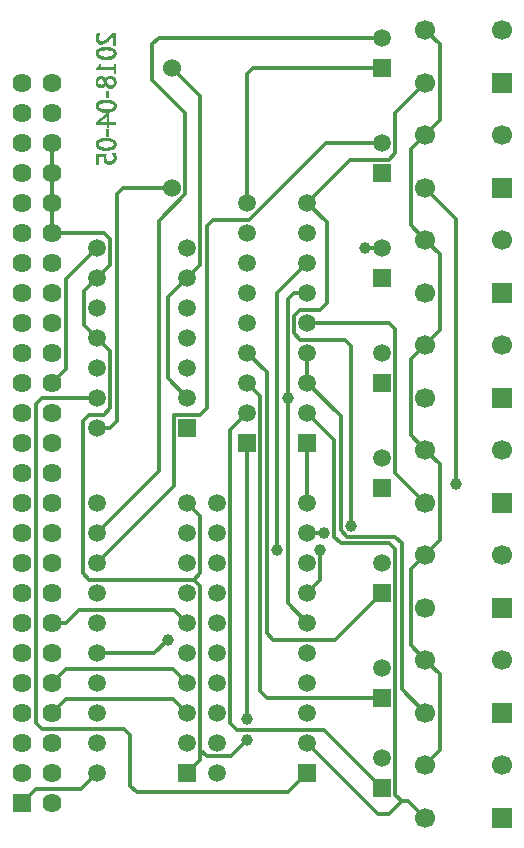
<source format=gbr>
G04 DipTrace 3.2.0.1*
G04 Bottom.gbr*
%MOMM*%
G04 #@! TF.FileFunction,Copper,L2,Bot*
G04 #@! TF.Part,Single*
%ADD12C,0.0762*%
G04 #@! TA.AperFunction,Conductor*
%ADD13C,0.33*%
G04 #@! TA.AperFunction,ComponentPad*
%ADD14C,1.5*%
%ADD15R,1.5X1.5*%
%ADD16C,1.5*%
%ADD17C,1.524*%
%ADD18C,1.524*%
%ADD19R,1.7X1.7*%
%ADD20C,1.7*%
%ADD21C,1.62*%
%ADD22R,1.62X1.62*%
G04 #@! TA.AperFunction,ViaPad*
%ADD23C,1.0*%
%FSLAX35Y35*%
G04*
G71*
G90*
G75*
G01*
G04 Bottom*
%LPD*%
X-2286000Y-635000D2*
D13*
X-2702600D1*
X-2755900Y-688300D1*
Y-2613700D1*
X-2809200Y-2667000D1*
X-2921000D1*
X-3556000Y-5842000D2*
X-3438200Y-5724200D1*
X-3057203D1*
X-2921000Y-5587997D1*
X-142000Y-5519000D2*
X-20200Y-5397200D1*
Y-4751800D1*
X-142000Y-4630000D1*
Y-185000D2*
X-20200Y-63200D1*
Y582200D1*
X-142000Y704000D1*
Y-1074000D2*
X-263810Y-952190D1*
Y-306810D1*
X-142000Y-185000D1*
Y-1963000D2*
X-20200Y-1841200D1*
Y-1195800D1*
X-142000Y-1074000D1*
Y-2852000D2*
X-263810Y-2730190D1*
Y-2084810D1*
X-142000Y-1963000D1*
Y-3741000D2*
X-20200Y-3619200D1*
Y-2973800D1*
X-142000Y-2852000D1*
Y-4630000D2*
X-263810Y-4508190D1*
Y-3862810D1*
X-142000Y-3741000D1*
X-2159000Y-5080000D2*
X-2276800Y-4962200D1*
X-3184200D1*
X-3302000Y-5080000D1*
X-2159000Y-4826000D2*
X-2276800Y-4708200D1*
X-3184200D1*
X-3302000Y-4826000D1*
X-2159000Y-4317997D2*
X-2270807Y-4206190D1*
X-3072390D1*
X-3184200Y-4318000D1*
X-3302000D1*
X-2159000Y-5588000D2*
X-2047200Y-5476200D1*
Y-5392500D1*
Y-4005500D1*
X-2100500Y-3952200D1*
X-2047200Y-3898900D1*
Y-3413800D1*
X-2159000Y-3302000D1*
X-3302000Y-254000D2*
Y-508000D1*
X-1651000Y-2794000D2*
Y-5135400D1*
X-2047200Y-5392500D2*
X-1993897Y-5445800D1*
X-1787803D1*
X-1651000Y-5309000D1*
X-1143000Y-2794000D2*
Y-3302000D1*
X-2921000Y-1905000D2*
X-2809200Y-2016800D1*
Y-2501897D1*
X-2862500Y-2555200D1*
X-2990800D1*
X-3044100Y-2608500D1*
Y-3898897D1*
X-2990797Y-3952200D1*
X-2100500D1*
X-2921000Y-1397000D2*
X-3032800Y-1508800D1*
Y-1793200D1*
X-2921000Y-1905000D1*
X-3302000Y-1016000D2*
X-2862500D1*
X-2809200Y-1069300D1*
Y-1285200D1*
X-2921000Y-1397000D1*
X-3302000Y-762000D2*
Y-1016000D1*
Y-508000D2*
Y-762000D1*
X-2324100Y-4460190D2*
X-2435907Y-4571997D1*
X-2921000D1*
X-653300Y-1143000D2*
X-508000D1*
Y-254000D2*
X-983000D1*
X-1633200Y-904200D1*
X-1940597D1*
X-1993900Y-957500D1*
Y-2501900D1*
X-2047200Y-2555200D1*
X-2270800D1*
Y-3159797D1*
X-2921000Y-3809997D1*
X-508000Y635000D2*
X-2399000D1*
X-2452300Y581700D1*
Y275860D1*
X-2173000Y-3440D1*
Y-688303D1*
X-2398990Y-914290D1*
Y-3033987D1*
X-2921000Y-3555997D1*
X-1651000Y-2540000D2*
X-1793200Y-2682200D1*
Y-5168900D1*
X-1739900Y-5222200D1*
X-1000800D1*
X-508000Y-5715000D1*
Y-4953000D2*
X-1485900D1*
X-1539200Y-4899700D1*
Y-2397800D1*
X-1651000Y-2286000D1*
Y-2032000D2*
X-1485900Y-2197100D1*
Y-4406890D1*
X-1432600Y-4460190D1*
X-904190D1*
X-508000Y-4064000D1*
X-1651000Y-762000D2*
Y327700D1*
X-1597700Y381000D1*
X-508000D1*
X-1143000Y-5588000D2*
X-1308100Y-5753100D1*
X-2584740D1*
X-2638040Y-5699797D1*
Y-5269500D1*
X-2691340Y-5216200D1*
X-3384900D1*
X-3438200Y-5162900D1*
Y-2466300D1*
X-3384900Y-2413000D1*
X-2921000D1*
X-1143000Y-5334000D2*
X-543600Y-5933400D1*
X-449500D1*
X-342900Y-5826800D1*
X-396200Y-5773500D1*
Y-3696090D1*
X-449500Y-3642790D1*
X-857600D1*
X-910900Y-3589490D1*
Y-2772100D1*
X-1143000Y-2540000D1*
X-142000Y-5969000D2*
X-284200Y-5826800D1*
X-342900D1*
X-142000Y-5080000D2*
X-342900Y-4879100D1*
Y-3642790D1*
X-396200Y-3589490D1*
X-804300D1*
X-857600Y-3536190D1*
Y-2571400D1*
X-1143000Y-2286000D1*
Y-2032000D1*
X-142000Y-3302000D2*
X-396190Y-3047810D1*
Y-1831303D1*
X-449490Y-1778000D1*
X-1143000D1*
Y-1524000D2*
X-1254800D1*
X-1308100Y-1577300D1*
Y-2413000D1*
Y-4152897D1*
X-1143000Y-4317997D1*
Y-1270000D2*
X-1399090Y-1526090D1*
Y-3698190D1*
X-1031200D2*
Y-3952200D1*
X-1143000Y-4064000D1*
X-142000Y-635000D2*
X119900Y-896900D1*
Y-3146690D1*
X-142000Y254000D2*
X-396200Y-200D1*
Y-342897D1*
X-449500Y-396200D1*
X-777200D1*
X-1143000Y-762000D1*
Y-3555997D2*
X-997700Y-3556000D1*
X-1143000Y-762000D2*
X-977900Y-927100D1*
Y-1612900D1*
X-1031200Y-1666200D1*
X-1201500D1*
X-1254800Y-1719500D1*
Y-1866897D1*
X-1201500Y-1920200D1*
X-824103D1*
X-770800Y-1973500D1*
Y-3497490D1*
X-2159000Y-2413000D2*
X-2324100Y-2247900D1*
Y-1562100D1*
X-2159000Y-1397000D1*
X-2047200Y-1285200D1*
Y142200D1*
X-2286000Y381000D1*
X-2921000Y-1143000D2*
X-3184200Y-1406200D1*
Y-2168200D1*
X-3302000Y-2286000D1*
D23*
X-1651000Y-5135400D3*
Y-5309000D3*
X-2324100Y-4460190D3*
X-653300Y-1143000D3*
X-1308100Y-2413000D3*
X-1399090Y-3698190D3*
X-1031200D3*
X119900Y-3146690D3*
X-770800Y-3497490D3*
X-997700Y-3556000D3*
D14*
X-508000Y-5461000D3*
D15*
Y-5715000D3*
D14*
Y-4699000D3*
D15*
Y-4953000D3*
D14*
Y-3810000D3*
D15*
Y-4064000D3*
D14*
Y-2921000D3*
D15*
Y-3175000D3*
D14*
Y-2032000D3*
D15*
Y-2286000D3*
D14*
Y-1143000D3*
D15*
Y-1397000D3*
D14*
Y-254000D3*
D15*
Y-508000D3*
D14*
Y635000D3*
D15*
Y381000D3*
X-1651000Y-2794000D3*
D16*
Y-2540000D3*
Y-2286000D3*
Y-2032000D3*
Y-1778000D3*
Y-1524000D3*
Y-1270000D3*
Y-1016000D3*
Y-762000D3*
D17*
X-2286000Y-635000D3*
D18*
Y381000D3*
D15*
X-1143000Y-2794000D3*
D16*
Y-2540000D3*
Y-2286000D3*
Y-2032000D3*
Y-1778000D3*
Y-1524000D3*
Y-1270000D3*
Y-1016000D3*
Y-762000D3*
D19*
X508000Y-5969000D3*
D20*
Y-5519000D3*
X-142000D3*
Y-5969000D3*
D19*
X508000Y-5080000D3*
D20*
Y-4630000D3*
X-142000D3*
Y-5080000D3*
D19*
X508000Y-4191000D3*
D20*
Y-3741000D3*
X-142000D3*
Y-4191000D3*
D19*
X508000Y-3302000D3*
D20*
Y-2852000D3*
X-142000D3*
Y-3302000D3*
D19*
X508000Y-2413000D3*
D20*
Y-1963000D3*
X-142000D3*
Y-2413000D3*
D19*
X508000Y-1524000D3*
D20*
Y-1074000D3*
X-142000D3*
Y-1524000D3*
D19*
X508000Y-635000D3*
D20*
Y-185000D3*
X-142000D3*
Y-635000D3*
D19*
X508000Y254000D3*
D20*
Y704000D3*
X-142000D3*
Y254000D3*
D15*
X-2159000Y-2667000D3*
D14*
Y-2413000D3*
Y-2159000D3*
Y-1905000D3*
Y-1651000D3*
Y-1397000D3*
Y-1143000D3*
X-2921000D3*
Y-1397000D3*
Y-1651000D3*
Y-1905000D3*
Y-2159000D3*
Y-2413000D3*
Y-2667000D3*
D15*
X-2159000Y-5588000D3*
D14*
Y-5334000D3*
Y-5080000D3*
Y-4826000D3*
Y-4571997D3*
Y-4317997D3*
Y-4064000D3*
Y-3809997D3*
Y-3555997D3*
Y-3302000D3*
X-2921000Y-5587997D3*
Y-5333997D3*
Y-5079997D3*
Y-4826000D3*
Y-4571997D3*
Y-4317997D3*
Y-4064000D3*
Y-3809997D3*
Y-3555997D3*
Y-3302000D3*
D21*
X-3302000Y-5842000D3*
Y-5588000D3*
Y-5334000D3*
Y-5080000D3*
Y-4826000D3*
Y-4572000D3*
Y-4318000D3*
Y-4064000D3*
Y-3810000D3*
Y-3556000D3*
Y-3302000D3*
Y-3048000D3*
Y-2794000D3*
Y-2540000D3*
Y-2286000D3*
Y-2032000D3*
Y-1778000D3*
Y-1524000D3*
Y-1270000D3*
Y-1016000D3*
Y-762000D3*
Y-508000D3*
Y-254000D3*
Y0D3*
Y254000D3*
X-3556000D3*
Y0D3*
Y-254000D3*
Y-508000D3*
Y-762000D3*
Y-1016000D3*
Y-1270000D3*
Y-1524000D3*
Y-1778000D3*
Y-2032000D3*
Y-2286000D3*
Y-2540000D3*
Y-2794000D3*
Y-3048000D3*
Y-3302000D3*
Y-3556000D3*
Y-3810000D3*
Y-4064000D3*
Y-4318000D3*
Y-4572000D3*
Y-4826000D3*
Y-5080000D3*
Y-5334000D3*
Y-5588000D3*
D22*
Y-5842000D3*
D15*
X-1143000Y-5588000D3*
D14*
Y-5334000D3*
Y-5080000D3*
Y-4826000D3*
Y-4571997D3*
Y-4317997D3*
Y-4064000D3*
Y-3809997D3*
Y-3555997D3*
Y-3302000D3*
X-1905000Y-5587997D3*
Y-5333997D3*
Y-5079997D3*
Y-4826000D3*
Y-4571997D3*
Y-4317997D3*
Y-4064000D3*
Y-3809997D3*
Y-3555997D3*
Y-3302000D3*
X-2789927Y675903D2*
D12*
X-2767067D1*
X-2923277Y672093D2*
X-2900417D1*
X-2793737D2*
X-2767067D1*
X-2924594Y668283D2*
X-2903623D1*
X-2797547D2*
X-2767067D1*
X-2925862Y664473D2*
X-2906354D1*
X-2801357D2*
X-2767067D1*
X-2927070Y660663D2*
X-2908678D1*
X-2805167D2*
X-2767067D1*
X-2928355Y656853D2*
X-2910759D1*
X-2808977D2*
X-2767067D1*
X-2929501Y653043D2*
X-2912604D1*
X-2812787D2*
X-2789927D1*
X-2782307D2*
X-2767067D1*
X-2930234Y649233D2*
X-2914040D1*
X-2816597D2*
X-2793737D1*
X-2782307D2*
X-2767067D1*
X-2930614Y645423D2*
X-2914906D1*
X-2820407D2*
X-2797547D1*
X-2782307D2*
X-2767067D1*
X-2930785Y641613D2*
X-2915341D1*
X-2824217D2*
X-2801357D1*
X-2782307D2*
X-2767067D1*
X-2930855Y637803D2*
X-2915533D1*
X-2828042D2*
X-2805167D1*
X-2782307D2*
X-2767067D1*
X-2930882Y633993D2*
X-2915596D1*
X-2831985D2*
X-2808977D1*
X-2782307D2*
X-2767067D1*
X-2930892Y630183D2*
X-2915492D1*
X-2836296D2*
X-2812787D1*
X-2782307D2*
X-2767067D1*
X-2930895Y626373D2*
X-2915002D1*
X-2841152D2*
X-2816597D1*
X-2782307D2*
X-2767067D1*
X-2930881Y622563D2*
X-2913914D1*
X-2846469D2*
X-2820407D1*
X-2782307D2*
X-2767067D1*
X-2930748Y618753D2*
X-2912395D1*
X-2852362D2*
X-2824217D1*
X-2782307D2*
X-2767067D1*
X-2930247Y614943D2*
X-2909084D1*
X-2859984D2*
X-2828042D1*
X-2782307D2*
X-2767067D1*
X-2929186Y611133D2*
X-2899892D1*
X-2871578D2*
X-2831985D1*
X-2782307D2*
X-2767067D1*
X-2927575Y607323D2*
X-2886258D1*
X-2888350D2*
X-2836296D1*
X-2782307D2*
X-2767067D1*
X-2925349Y603513D2*
X-2841167D1*
X-2782307D2*
X-2767067D1*
X-2922323Y599703D2*
X-2846603D1*
X-2782307D2*
X-2767067D1*
X-2918339Y595893D2*
X-2852770D1*
X-2782307D2*
X-2767067D1*
X-2913198Y592083D2*
X-2860042D1*
X-2782307D2*
X-2767067D1*
X-2907035Y588273D2*
X-2868482D1*
X-2782307D2*
X-2767067D1*
X-2900417Y584463D2*
X-2877557D1*
X-2782307D2*
X-2767067D1*
X-2782307Y580653D2*
X-2767067D1*
X-2782307Y576843D2*
X-2767067D1*
X-2862317Y557793D2*
X-2831837D1*
X-2881175Y553983D2*
X-2814266D1*
X-2895897Y550173D2*
X-2800559D1*
X-2906183Y546363D2*
X-2790644D1*
X-2913238Y542553D2*
X-2783519D1*
X-2918370Y538743D2*
X-2778373D1*
X-2922274Y534933D2*
X-2870722D1*
X-2822224D2*
X-2774498D1*
X-2925250Y531123D2*
X-2886972D1*
X-2807627D2*
X-2771418D1*
X-2927532Y527313D2*
X-2898561D1*
X-2796889D2*
X-2769140D1*
X-2929159Y523503D2*
X-2907160D1*
X-2788821D2*
X-2767437D1*
X-2930102Y519693D2*
X-2910882D1*
X-2785446D2*
X-2765935D1*
X-2930565Y515883D2*
X-2913746D1*
X-2783139D2*
X-2764703D1*
X-2930768Y512073D2*
X-2914735D1*
X-2781495D2*
X-2763937D1*
X-2930849Y508263D2*
X-2915252D1*
X-2780277D2*
X-2763561D1*
X-2930880Y504453D2*
X-2915356D1*
X-2780670D2*
X-2763519D1*
X-2930876Y500643D2*
X-2914952D1*
X-2781458D2*
X-2763933D1*
X-2930746Y496833D2*
X-2913897D1*
X-2782608D2*
X-2764833D1*
X-2930247Y493023D2*
X-2911986D1*
X-2784185D2*
X-2765934D1*
X-2929186Y489213D2*
X-2909262D1*
X-2788261D2*
X-2767096D1*
X-2927575Y485403D2*
X-2901984D1*
X-2795037D2*
X-2768509D1*
X-2925363Y481593D2*
X-2891894D1*
X-2805742D2*
X-2770297D1*
X-2922472Y477783D2*
X-2879497D1*
X-2819923D2*
X-2772724D1*
X-2918958Y473973D2*
X-2776261D1*
X-2914537Y470163D2*
X-2781226D1*
X-2908337Y466353D2*
X-2787942D1*
X-2899327Y462543D2*
X-2797214D1*
X-2887328Y458733D2*
X-2809735D1*
X-2873747Y454923D2*
X-2824217D1*
X-2904227Y416823D2*
X-2892797D1*
X-2778497D2*
X-2767067D1*
X-2905529Y413013D2*
X-2892797D1*
X-2778497D2*
X-2767067D1*
X-2906678Y409203D2*
X-2892797D1*
X-2778497D2*
X-2767067D1*
X-2907549Y405393D2*
X-2892797D1*
X-2778497D2*
X-2767067D1*
X-2908586Y401583D2*
X-2892797D1*
X-2778497D2*
X-2767067D1*
X-2910073Y397773D2*
X-2892797D1*
X-2778497D2*
X-2767067D1*
X-2913849Y393963D2*
X-2892797D1*
X-2778497D2*
X-2767067D1*
X-2918345Y390153D2*
X-2767067D1*
X-2922325Y386343D2*
X-2767067D1*
X-2925313Y382533D2*
X-2767067D1*
X-2926254Y378723D2*
X-2767067D1*
X-2926766Y374913D2*
X-2767067D1*
X-2927087Y371103D2*
X-2767067D1*
X-2778497Y367293D2*
X-2767067D1*
X-2778497Y363483D2*
X-2767067D1*
X-2778497Y359673D2*
X-2767067D1*
X-2778497Y355863D2*
X-2767067D1*
X-2778497Y352053D2*
X-2767067D1*
X-2778497Y348243D2*
X-2767067D1*
X-2778497Y344433D2*
X-2767067D1*
X-2778497Y340623D2*
X-2767067D1*
X-2820407Y313953D2*
X-2801357D1*
X-2900417Y310143D2*
X-2881367D1*
X-2828308D2*
X-2792742D1*
X-2907273Y306333D2*
X-2874641D1*
X-2835117D2*
X-2785743D1*
X-2913177Y302523D2*
X-2869076D1*
X-2840550D2*
X-2780604D1*
X-2917763Y298713D2*
X-2864759D1*
X-2844751D2*
X-2776976D1*
X-2921145Y294903D2*
X-2860726D1*
X-2848717D2*
X-2774276D1*
X-2923745Y291093D2*
X-2856059D1*
X-2853353D2*
X-2827867D1*
X-2798295D2*
X-2772048D1*
X-2925936Y287283D2*
X-2908022D1*
X-2882704D2*
X-2834850D1*
X-2792272D2*
X-2770134D1*
X-2927822Y283473D2*
X-2911683D1*
X-2877625D2*
X-2840936D1*
X-2787335D2*
X-2768544D1*
X-2929273Y279663D2*
X-2914859D1*
X-2873660D2*
X-2846120D1*
X-2783526D2*
X-2767186D1*
X-2930144Y275853D2*
X-2917122D1*
X-2870399D2*
X-2850887D1*
X-2780861D2*
X-2765837D1*
X-2930580Y272043D2*
X-2918408D1*
X-2867722D2*
X-2848983D1*
X-2778997D2*
X-2764667D1*
X-2930773Y268233D2*
X-2919030D1*
X-2865444D2*
X-2847385D1*
X-2777557D2*
X-2763924D1*
X-2930851Y264423D2*
X-2919298D1*
X-2863387D2*
X-2845784D1*
X-2776442D2*
X-2763556D1*
X-2930880Y260613D2*
X-2919390D1*
X-2861568D2*
X-2844061D1*
X-2776849D2*
X-2763518D1*
X-2930891Y256803D2*
X-2919281D1*
X-2860284D2*
X-2842236D1*
X-2777629D2*
X-2763933D1*
X-2930880Y252993D2*
X-2918661D1*
X-2859610D2*
X-2840249D1*
X-2778633D2*
X-2764833D1*
X-2930747Y249183D2*
X-2917479D1*
X-2860771D2*
X-2837981D1*
X-2779995D2*
X-2765934D1*
X-2930247Y245373D2*
X-2914382D1*
X-2864188D2*
X-2835265D1*
X-2781994D2*
X-2767096D1*
X-2929186Y241563D2*
X-2905686D1*
X-2874582D2*
X-2832147D1*
X-2784706D2*
X-2768494D1*
X-2927575Y237753D2*
X-2891535D1*
X-2891200D2*
X-2823114D1*
X-2794162D2*
X-2770133D1*
X-2925363Y233943D2*
X-2859270D1*
X-2851032D2*
X-2808366D1*
X-2809277D2*
X-2771940D1*
X-2922472Y230133D2*
X-2860549D1*
X-2847695D2*
X-2774065D1*
X-2918977Y226323D2*
X-2864055D1*
X-2844650D2*
X-2776947D1*
X-2914780Y222513D2*
X-2868864D1*
X-2841183D2*
X-2780953D1*
X-2909751Y218703D2*
X-2874854D1*
X-2836507D2*
X-2785904D1*
X-2904227Y214893D2*
X-2881367D1*
X-2830634D2*
X-2791539D1*
X-2824217Y211083D2*
X-2797547D1*
X-2843267Y188223D2*
X-2828027D1*
X-2843267Y184413D2*
X-2828027D1*
X-2843267Y180603D2*
X-2828027D1*
X-2843267Y176793D2*
X-2828027D1*
X-2843267Y172983D2*
X-2828027D1*
X-2843267Y169173D2*
X-2828027D1*
X-2843267Y165363D2*
X-2828027D1*
X-2843267Y161553D2*
X-2828027D1*
X-2843267Y157743D2*
X-2828027D1*
X-2843267Y153933D2*
X-2828027D1*
X-2843267Y150123D2*
X-2828027D1*
X-2843267Y146313D2*
X-2828027D1*
X-2843267Y142503D2*
X-2828027D1*
X-2843267Y138693D2*
X-2828027D1*
X-2843267Y134883D2*
X-2828027D1*
X-2843267Y131073D2*
X-2828027D1*
X-2862317Y112023D2*
X-2831837D1*
X-2881175Y108213D2*
X-2814266D1*
X-2895897Y104403D2*
X-2800559D1*
X-2906183Y100593D2*
X-2790644D1*
X-2913238Y96783D2*
X-2783519D1*
X-2918370Y92973D2*
X-2778373D1*
X-2922274Y89163D2*
X-2870722D1*
X-2822224D2*
X-2774498D1*
X-2925250Y85353D2*
X-2886972D1*
X-2807627D2*
X-2771418D1*
X-2927532Y81543D2*
X-2898561D1*
X-2796889D2*
X-2769140D1*
X-2929159Y77733D2*
X-2907160D1*
X-2788821D2*
X-2767437D1*
X-2930102Y73923D2*
X-2910882D1*
X-2785446D2*
X-2765935D1*
X-2930565Y70113D2*
X-2913746D1*
X-2783139D2*
X-2764703D1*
X-2930768Y66303D2*
X-2914735D1*
X-2781495D2*
X-2763937D1*
X-2930849Y62493D2*
X-2915252D1*
X-2780277D2*
X-2763561D1*
X-2930880Y58683D2*
X-2915356D1*
X-2780670D2*
X-2763519D1*
X-2930876Y54873D2*
X-2914952D1*
X-2781458D2*
X-2763933D1*
X-2930746Y51063D2*
X-2913897D1*
X-2782608D2*
X-2764833D1*
X-2930247Y47253D2*
X-2911986D1*
X-2784185D2*
X-2765934D1*
X-2929186Y43443D2*
X-2909262D1*
X-2788261D2*
X-2767096D1*
X-2927575Y39633D2*
X-2901984D1*
X-2795037D2*
X-2768509D1*
X-2925363Y35823D2*
X-2891894D1*
X-2805742D2*
X-2770297D1*
X-2922472Y32013D2*
X-2879497D1*
X-2819923D2*
X-2772724D1*
X-2918958Y28203D2*
X-2776261D1*
X-2914537Y24393D2*
X-2781226D1*
X-2908337Y20583D2*
X-2787942D1*
X-2899327Y16773D2*
X-2797214D1*
X-2887328Y12963D2*
X-2809735D1*
X-2873747Y9153D2*
X-2824217D1*
X-2847077Y-6087D2*
X-2824217D1*
X-2851475Y-9897D2*
X-2824217D1*
X-2856230Y-13707D2*
X-2824217D1*
X-2861027Y-17517D2*
X-2824217D1*
X-2865504Y-21327D2*
X-2824217D1*
X-2869668Y-25137D2*
X-2847222D1*
X-2839457D2*
X-2824217D1*
X-2873640Y-28947D2*
X-2851520D1*
X-2839457D2*
X-2824217D1*
X-2877532Y-32757D2*
X-2856243D1*
X-2839457D2*
X-2824217D1*
X-2881501Y-36567D2*
X-2861030D1*
X-2839457D2*
X-2824217D1*
X-2885806Y-40377D2*
X-2865505D1*
X-2839457D2*
X-2824217D1*
X-2890532Y-44187D2*
X-2869668D1*
X-2839457D2*
X-2824217D1*
X-2895320Y-47997D2*
X-2873640D1*
X-2839457D2*
X-2824217D1*
X-2899795Y-51807D2*
X-2877532D1*
X-2839457D2*
X-2824217D1*
X-2903958Y-55617D2*
X-2881501D1*
X-2839457D2*
X-2824217D1*
X-2907930Y-59427D2*
X-2885806D1*
X-2839457D2*
X-2824217D1*
X-2911807Y-63237D2*
X-2890532D1*
X-2839457D2*
X-2824217D1*
X-2915627Y-67047D2*
X-2895320D1*
X-2839457D2*
X-2824217D1*
X-2919298Y-70857D2*
X-2899798D1*
X-2839457D2*
X-2824217D1*
X-2922477Y-74667D2*
X-2903981D1*
X-2839457D2*
X-2824217D1*
X-2924741Y-78477D2*
X-2767067D1*
X-2926028Y-82287D2*
X-2767067D1*
X-2926650Y-86097D2*
X-2767067D1*
X-2926918Y-89907D2*
X-2767067D1*
X-2927028Y-93717D2*
X-2767067D1*
X-2927087Y-97527D2*
X-2767067D1*
X-2839457Y-101337D2*
X-2824217D1*
X-2839457Y-105147D2*
X-2824217D1*
X-2839457Y-108957D2*
X-2824217D1*
X-2839457Y-112767D2*
X-2824217D1*
X-2839457Y-116577D2*
X-2824217D1*
X-2843267Y-135627D2*
X-2828027D1*
X-2843267Y-139437D2*
X-2828027D1*
X-2843267Y-143247D2*
X-2828027D1*
X-2843267Y-147057D2*
X-2828027D1*
X-2843267Y-150867D2*
X-2828027D1*
X-2843267Y-154677D2*
X-2828027D1*
X-2843267Y-158487D2*
X-2828027D1*
X-2843267Y-162297D2*
X-2828027D1*
X-2843267Y-166107D2*
X-2828027D1*
X-2843267Y-169917D2*
X-2828027D1*
X-2843267Y-173727D2*
X-2828027D1*
X-2843267Y-177537D2*
X-2828027D1*
X-2843267Y-181347D2*
X-2828027D1*
X-2843267Y-185157D2*
X-2828027D1*
X-2843267Y-188967D2*
X-2828027D1*
X-2843267Y-192777D2*
X-2828027D1*
X-2862317Y-211827D2*
X-2831837D1*
X-2881175Y-215637D2*
X-2814266D1*
X-2895897Y-219447D2*
X-2800559D1*
X-2906183Y-223257D2*
X-2790644D1*
X-2913238Y-227067D2*
X-2783519D1*
X-2918370Y-230877D2*
X-2778373D1*
X-2922274Y-234687D2*
X-2870722D1*
X-2822224D2*
X-2774498D1*
X-2925250Y-238497D2*
X-2886972D1*
X-2807627D2*
X-2771418D1*
X-2927532Y-242307D2*
X-2898561D1*
X-2796889D2*
X-2769140D1*
X-2929159Y-246117D2*
X-2907160D1*
X-2788821D2*
X-2767437D1*
X-2930102Y-249927D2*
X-2910882D1*
X-2785446D2*
X-2765935D1*
X-2930565Y-253737D2*
X-2913746D1*
X-2783139D2*
X-2764703D1*
X-2930768Y-257547D2*
X-2914735D1*
X-2781495D2*
X-2763937D1*
X-2930849Y-261357D2*
X-2915252D1*
X-2780277D2*
X-2763561D1*
X-2930880Y-265167D2*
X-2915356D1*
X-2780670D2*
X-2763519D1*
X-2930876Y-268977D2*
X-2914952D1*
X-2781458D2*
X-2763933D1*
X-2930746Y-272787D2*
X-2913897D1*
X-2782608D2*
X-2764833D1*
X-2930247Y-276597D2*
X-2911986D1*
X-2784185D2*
X-2765934D1*
X-2929186Y-280407D2*
X-2909262D1*
X-2788261D2*
X-2767096D1*
X-2927575Y-284217D2*
X-2901984D1*
X-2795037D2*
X-2768509D1*
X-2925363Y-288027D2*
X-2891894D1*
X-2805742D2*
X-2770297D1*
X-2922472Y-291837D2*
X-2879497D1*
X-2819923D2*
X-2772724D1*
X-2918958Y-295647D2*
X-2776261D1*
X-2914537Y-299457D2*
X-2781226D1*
X-2908337Y-303267D2*
X-2787942D1*
X-2899327Y-307077D2*
X-2797214D1*
X-2887328Y-310887D2*
X-2809735D1*
X-2873747Y-314697D2*
X-2824217D1*
X-2793737Y-341367D2*
X-2770877D1*
X-2927087Y-345177D2*
X-2850887D1*
X-2791389D2*
X-2770288D1*
X-2927087Y-348987D2*
X-2847077D1*
X-2789335D2*
X-2769343D1*
X-2927087Y-352797D2*
X-2848835D1*
X-2787661D2*
X-2768342D1*
X-2927087Y-356607D2*
X-2849930D1*
X-2786263D2*
X-2767541D1*
X-2927087Y-360417D2*
X-2850483D1*
X-2784882D2*
X-2766701D1*
X-2927087Y-364227D2*
X-2850729D1*
X-2783572D2*
X-2765627D1*
X-2927087Y-368037D2*
X-2911847D1*
X-2866127D2*
X-2850828D1*
X-2782341D2*
X-2764583D1*
X-2927087Y-371847D2*
X-2911847D1*
X-2866127D2*
X-2850866D1*
X-2781060D2*
X-2763893D1*
X-2927087Y-375657D2*
X-2911847D1*
X-2866127D2*
X-2850880D1*
X-2780044D2*
X-2763530D1*
X-2927087Y-379467D2*
X-2911847D1*
X-2866127D2*
X-2850884D1*
X-2779486D2*
X-2763380D1*
X-2927087Y-383277D2*
X-2911847D1*
X-2866127D2*
X-2850871D1*
X-2780265D2*
X-2763446D1*
X-2927087Y-387087D2*
X-2911847D1*
X-2866127D2*
X-2850738D1*
X-2781262D2*
X-2763906D1*
X-2927087Y-390897D2*
X-2911847D1*
X-2866127D2*
X-2850237D1*
X-2782386D2*
X-2764823D1*
X-2927087Y-394707D2*
X-2911847D1*
X-2866112D2*
X-2849161D1*
X-2783926D2*
X-2765931D1*
X-2927087Y-398517D2*
X-2911847D1*
X-2865978D2*
X-2847282D1*
X-2785904D2*
X-2767095D1*
X-2927087Y-402327D2*
X-2911847D1*
X-2865477D2*
X-2844597D1*
X-2790040D2*
X-2768509D1*
X-2927087Y-406137D2*
X-2911847D1*
X-2864416D2*
X-2834489D1*
X-2801208D2*
X-2770282D1*
X-2927087Y-409947D2*
X-2911847D1*
X-2862805D2*
X-2818058D1*
X-2818383D2*
X-2772560D1*
X-2927087Y-413757D2*
X-2911847D1*
X-2860593D2*
X-2775478D1*
X-2927087Y-417567D2*
X-2911847D1*
X-2857687D2*
X-2778986D1*
X-2927087Y-421377D2*
X-2911847D1*
X-2854047D2*
X-2783231D1*
X-2927087Y-425187D2*
X-2911847D1*
X-2849261D2*
X-2788494D1*
X-2927087Y-428997D2*
X-2911847D1*
X-2842929D2*
X-2794709D1*
X-2927087Y-432807D2*
X-2911847D1*
X-2835647D2*
X-2801357D1*
X-2789927Y675903D2*
X-2793737Y672093D1*
X-2797547Y668283D1*
X-2801357Y664473D1*
X-2805167Y660663D1*
X-2808977Y656853D1*
X-2812787Y653043D1*
X-2816597Y649233D1*
X-2820407Y645423D1*
X-2824217Y641613D1*
X-2828042Y637803D1*
X-2831985Y633993D1*
X-2836296Y630183D1*
X-2841152Y626373D1*
X-2846469Y622563D1*
X-2852362Y618753D1*
X-2859984Y614943D1*
X-2871578Y611133D1*
X-2888350Y607323D1*
X-2908037Y603513D1*
X-2767067Y675903D2*
Y672093D1*
Y668283D1*
Y664473D1*
Y660663D1*
Y656853D1*
Y653043D1*
Y649233D1*
Y645423D1*
Y641613D1*
Y637803D1*
Y633993D1*
Y630183D1*
Y626373D1*
Y622563D1*
Y618753D1*
Y614943D1*
Y611133D1*
Y607323D1*
Y603513D1*
Y599703D1*
Y595893D1*
Y592083D1*
Y588273D1*
Y584463D1*
Y580653D1*
Y576843D1*
X-2923277Y672093D2*
X-2924594Y668283D1*
X-2925862Y664473D1*
X-2927070Y660663D1*
X-2928355Y656853D1*
X-2929501Y653043D1*
X-2930234Y649233D1*
X-2930614Y645423D1*
X-2930785Y641613D1*
X-2930855Y637803D1*
X-2930882Y633993D1*
X-2930892Y630183D1*
X-2930895Y626373D1*
X-2930881Y622563D1*
X-2930748Y618753D1*
X-2930247Y614943D1*
X-2929186Y611133D1*
X-2927575Y607323D1*
X-2925349Y603513D1*
X-2922323Y599703D1*
X-2918339Y595893D1*
X-2913198Y592083D1*
X-2907035Y588273D1*
X-2900417Y584463D1*
Y672093D2*
X-2903623Y668283D1*
X-2906354Y664473D1*
X-2908678Y660663D1*
X-2910759Y656853D1*
X-2912604Y653043D1*
X-2914040Y649233D1*
X-2914906Y645423D1*
X-2915341Y641613D1*
X-2915533Y637803D1*
X-2915596Y633993D1*
X-2915492Y630183D1*
X-2915002Y626373D1*
X-2913914Y622563D1*
X-2912395Y618753D1*
X-2909084Y614943D1*
X-2899892Y611133D1*
X-2886258Y607323D1*
X-2869937Y603513D1*
X-2786117Y656853D2*
X-2789927Y653043D1*
X-2793737Y649233D1*
X-2797547Y645423D1*
X-2801357Y641613D1*
X-2805167Y637803D1*
X-2808977Y633993D1*
X-2812787Y630183D1*
X-2816597Y626373D1*
X-2820407Y622563D1*
X-2824217Y618753D1*
X-2828042Y614943D1*
X-2831985Y611133D1*
X-2836296Y607323D1*
X-2841167Y603513D1*
X-2846603Y599703D1*
X-2852770Y595893D1*
X-2860042Y592083D1*
X-2868482Y588273D1*
X-2877557Y584463D1*
X-2782307Y656853D2*
Y653043D1*
Y649233D1*
Y645423D1*
Y641613D1*
Y637803D1*
Y633993D1*
Y630183D1*
Y626373D1*
Y622563D1*
Y618753D1*
Y614943D1*
Y611133D1*
Y607323D1*
Y603513D1*
Y599703D1*
Y595893D1*
Y592083D1*
Y588273D1*
Y584463D1*
Y580653D1*
Y576843D1*
X-2862317Y557793D2*
X-2881175Y553983D1*
X-2895897Y550173D1*
X-2906183Y546363D1*
X-2913238Y542553D1*
X-2918370Y538743D1*
X-2922274Y534933D1*
X-2925250Y531123D1*
X-2927532Y527313D1*
X-2929159Y523503D1*
X-2930102Y519693D1*
X-2930565Y515883D1*
X-2930768Y512073D1*
X-2930849Y508263D1*
X-2930880Y504453D1*
X-2930876Y500643D1*
X-2930746Y496833D1*
X-2930247Y493023D1*
X-2929186Y489213D1*
X-2927575Y485403D1*
X-2925363Y481593D1*
X-2922472Y477783D1*
X-2918958Y473973D1*
X-2914537Y470163D1*
X-2908337Y466353D1*
X-2899327Y462543D1*
X-2887328Y458733D1*
X-2873747Y454923D1*
X-2831837Y557793D2*
X-2814266Y553983D1*
X-2800559Y550173D1*
X-2790644Y546363D1*
X-2783519Y542553D1*
X-2778373Y538743D1*
X-2774498Y534933D1*
X-2771418Y531123D1*
X-2769140Y527313D1*
X-2767437Y523503D1*
X-2765935Y519693D1*
X-2764703Y515883D1*
X-2763937Y512073D1*
X-2763561Y508263D1*
X-2763519Y504453D1*
X-2763933Y500643D1*
X-2764833Y496833D1*
X-2765934Y493023D1*
X-2767096Y489213D1*
X-2768509Y485403D1*
X-2770297Y481593D1*
X-2772724Y477783D1*
X-2776261Y473973D1*
X-2781226Y470163D1*
X-2787942Y466353D1*
X-2797214Y462543D1*
X-2809735Y458733D1*
X-2824217Y454923D1*
X-2850887Y538743D2*
X-2870722Y534933D1*
X-2886972Y531123D1*
X-2898561Y527313D1*
X-2907160Y523503D1*
X-2910882Y519693D1*
X-2913746Y515883D1*
X-2914735Y512073D1*
X-2915252Y508263D1*
X-2915356Y504453D1*
X-2914952Y500643D1*
X-2913897Y496833D1*
X-2911986Y493023D1*
X-2909262Y489213D1*
X-2901984Y485403D1*
X-2891894Y481593D1*
X-2879497Y477783D1*
X-2866127Y473973D1*
X-2839457Y538743D2*
X-2822224Y534933D1*
X-2807627Y531123D1*
X-2796889Y527313D1*
X-2788821Y523503D1*
X-2785446Y519693D1*
X-2783139Y515883D1*
X-2781495Y512073D1*
X-2780277Y508263D1*
X-2780670Y504453D1*
X-2781458Y500643D1*
X-2782608Y496833D1*
X-2784185Y493023D1*
X-2788261Y489213D1*
X-2795037Y485403D1*
X-2805742Y481593D1*
X-2819923Y477783D1*
X-2835647Y473973D1*
X-2904227Y416823D2*
X-2905529Y413013D1*
X-2906678Y409203D1*
X-2907549Y405393D1*
X-2908586Y401583D1*
X-2910073Y397773D1*
X-2913849Y393963D1*
X-2918345Y390153D1*
X-2922325Y386343D1*
X-2925313Y382533D1*
X-2926254Y378723D1*
X-2926766Y374913D1*
X-2927087Y371103D1*
X-2892797Y416823D2*
Y413013D1*
Y409203D1*
Y405393D1*
Y401583D1*
Y397773D1*
Y393963D1*
Y390153D1*
X-2778497Y416823D2*
Y413013D1*
Y409203D1*
Y405393D1*
Y401583D1*
Y397773D1*
Y393963D1*
Y390153D1*
X-2767067Y416823D2*
Y413013D1*
Y409203D1*
Y405393D1*
Y401583D1*
Y397773D1*
Y393963D1*
Y390153D1*
Y386343D1*
Y382533D1*
Y378723D1*
Y374913D1*
Y371103D1*
Y367293D1*
Y363483D1*
Y359673D1*
Y355863D1*
Y352053D1*
Y348243D1*
Y344433D1*
Y340623D1*
X-2778497Y371103D2*
Y367293D1*
Y363483D1*
Y359673D1*
Y355863D1*
Y352053D1*
Y348243D1*
Y344433D1*
Y340623D1*
X-2820407Y313953D2*
X-2828308Y310143D1*
X-2835117Y306333D1*
X-2840550Y302523D1*
X-2844751Y298713D1*
X-2848717Y294903D1*
X-2853353Y291093D1*
X-2858507Y287283D1*
X-2801357Y313953D2*
X-2792742Y310143D1*
X-2785743Y306333D1*
X-2780604Y302523D1*
X-2776976Y298713D1*
X-2774276Y294903D1*
X-2772048Y291093D1*
X-2770134Y287283D1*
X-2768544Y283473D1*
X-2767186Y279663D1*
X-2765837Y275853D1*
X-2764667Y272043D1*
X-2763924Y268233D1*
X-2763556Y264423D1*
X-2763518Y260613D1*
X-2763933Y256803D1*
X-2764833Y252993D1*
X-2765934Y249183D1*
X-2767096Y245373D1*
X-2768494Y241563D1*
X-2770133Y237753D1*
X-2771940Y233943D1*
X-2774065Y230133D1*
X-2776947Y226323D1*
X-2780953Y222513D1*
X-2785904Y218703D1*
X-2791539Y214893D1*
X-2797547Y211083D1*
X-2900417Y310143D2*
X-2907273Y306333D1*
X-2913177Y302523D1*
X-2917763Y298713D1*
X-2921145Y294903D1*
X-2923745Y291093D1*
X-2925936Y287283D1*
X-2927822Y283473D1*
X-2929273Y279663D1*
X-2930144Y275853D1*
X-2930580Y272043D1*
X-2930773Y268233D1*
X-2930851Y264423D1*
X-2930880Y260613D1*
X-2930891Y256803D1*
X-2930880Y252993D1*
X-2930747Y249183D1*
X-2930247Y245373D1*
X-2929186Y241563D1*
X-2927575Y237753D1*
X-2925363Y233943D1*
X-2922472Y230133D1*
X-2918977Y226323D1*
X-2914780Y222513D1*
X-2909751Y218703D1*
X-2904227Y214893D1*
X-2881367Y310143D2*
X-2874641Y306333D1*
X-2869076Y302523D1*
X-2864759Y298713D1*
X-2860726Y294903D1*
X-2856059Y291093D1*
X-2850887Y287283D1*
X-2820407Y294903D2*
X-2827867Y291093D1*
X-2834850Y287283D1*
X-2840936Y283473D1*
X-2846120Y279663D1*
X-2850887Y275853D1*
X-2848983Y272043D1*
X-2847385Y268233D1*
X-2845784Y264423D1*
X-2844061Y260613D1*
X-2842236Y256803D1*
X-2840249Y252993D1*
X-2837981Y249183D1*
X-2835265Y245373D1*
X-2832147Y241563D1*
X-2823114Y237753D1*
X-2808366Y233943D1*
X-2789927Y230133D1*
X-2805167Y294903D2*
X-2798295Y291093D1*
X-2792272Y287283D1*
X-2787335Y283473D1*
X-2783526Y279663D1*
X-2780861Y275853D1*
X-2778997Y272043D1*
X-2777557Y268233D1*
X-2776442Y264423D1*
X-2776849Y260613D1*
X-2777629Y256803D1*
X-2778633Y252993D1*
X-2779995Y249183D1*
X-2781994Y245373D1*
X-2784706Y241563D1*
X-2794162Y237753D1*
X-2809277Y233943D1*
X-2828027Y230133D1*
X-2904227Y291093D2*
X-2908022Y287283D1*
X-2911683Y283473D1*
X-2914859Y279663D1*
X-2917122Y275853D1*
X-2918408Y272043D1*
X-2919030Y268233D1*
X-2919298Y264423D1*
X-2919390Y260613D1*
X-2919281Y256803D1*
X-2918661Y252993D1*
X-2917479Y249183D1*
X-2914382Y245373D1*
X-2905686Y241563D1*
X-2891535Y237753D1*
X-2873747Y233943D1*
X-2888987Y291093D2*
X-2882704Y287283D1*
X-2877625Y283473D1*
X-2873660Y279663D1*
X-2870399Y275853D1*
X-2867722Y272043D1*
X-2865444Y268233D1*
X-2863387Y264423D1*
X-2861568Y260613D1*
X-2860284Y256803D1*
X-2859610Y252993D1*
X-2860771Y249183D1*
X-2864188Y245373D1*
X-2874582Y241563D1*
X-2891200Y237753D1*
X-2911847Y233943D1*
X-2858507Y237753D2*
X-2859270Y233943D1*
X-2860549Y230133D1*
X-2864055Y226323D1*
X-2868864Y222513D1*
X-2874854Y218703D1*
X-2881367Y214893D1*
X-2854697Y237753D2*
X-2851032Y233943D1*
X-2847695Y230133D1*
X-2844650Y226323D1*
X-2841183Y222513D1*
X-2836507Y218703D1*
X-2830634Y214893D1*
X-2824217Y211083D1*
X-2843267Y188223D2*
Y184413D1*
Y180603D1*
Y176793D1*
Y172983D1*
Y169173D1*
Y165363D1*
Y161553D1*
Y157743D1*
Y153933D1*
Y150123D1*
Y146313D1*
Y142503D1*
Y138693D1*
Y134883D1*
Y131073D1*
X-2828027Y188223D2*
Y184413D1*
Y180603D1*
Y176793D1*
Y172983D1*
Y169173D1*
Y165363D1*
Y161553D1*
Y157743D1*
Y153933D1*
Y150123D1*
Y146313D1*
Y142503D1*
Y138693D1*
Y134883D1*
Y131073D1*
X-2862317Y112023D2*
X-2881175Y108213D1*
X-2895897Y104403D1*
X-2906183Y100593D1*
X-2913238Y96783D1*
X-2918370Y92973D1*
X-2922274Y89163D1*
X-2925250Y85353D1*
X-2927532Y81543D1*
X-2929159Y77733D1*
X-2930102Y73923D1*
X-2930565Y70113D1*
X-2930768Y66303D1*
X-2930849Y62493D1*
X-2930880Y58683D1*
X-2930876Y54873D1*
X-2930746Y51063D1*
X-2930247Y47253D1*
X-2929186Y43443D1*
X-2927575Y39633D1*
X-2925363Y35823D1*
X-2922472Y32013D1*
X-2918958Y28203D1*
X-2914537Y24393D1*
X-2908337Y20583D1*
X-2899327Y16773D1*
X-2887328Y12963D1*
X-2873747Y9153D1*
X-2831837Y112023D2*
X-2814266Y108213D1*
X-2800559Y104403D1*
X-2790644Y100593D1*
X-2783519Y96783D1*
X-2778373Y92973D1*
X-2774498Y89163D1*
X-2771418Y85353D1*
X-2769140Y81543D1*
X-2767437Y77733D1*
X-2765935Y73923D1*
X-2764703Y70113D1*
X-2763937Y66303D1*
X-2763561Y62493D1*
X-2763519Y58683D1*
X-2763933Y54873D1*
X-2764833Y51063D1*
X-2765934Y47253D1*
X-2767096Y43443D1*
X-2768509Y39633D1*
X-2770297Y35823D1*
X-2772724Y32013D1*
X-2776261Y28203D1*
X-2781226Y24393D1*
X-2787942Y20583D1*
X-2797214Y16773D1*
X-2809735Y12963D1*
X-2824217Y9153D1*
X-2850887Y92973D2*
X-2870722Y89163D1*
X-2886972Y85353D1*
X-2898561Y81543D1*
X-2907160Y77733D1*
X-2910882Y73923D1*
X-2913746Y70113D1*
X-2914735Y66303D1*
X-2915252Y62493D1*
X-2915356Y58683D1*
X-2914952Y54873D1*
X-2913897Y51063D1*
X-2911986Y47253D1*
X-2909262Y43443D1*
X-2901984Y39633D1*
X-2891894Y35823D1*
X-2879497Y32013D1*
X-2866127Y28203D1*
X-2839457Y92973D2*
X-2822224Y89163D1*
X-2807627Y85353D1*
X-2796889Y81543D1*
X-2788821Y77733D1*
X-2785446Y73923D1*
X-2783139Y70113D1*
X-2781495Y66303D1*
X-2780277Y62493D1*
X-2780670Y58683D1*
X-2781458Y54873D1*
X-2782608Y51063D1*
X-2784185Y47253D1*
X-2788261Y43443D1*
X-2795037Y39633D1*
X-2805742Y35823D1*
X-2819923Y32013D1*
X-2835647Y28203D1*
X-2847077Y-6087D2*
X-2851475Y-9897D1*
X-2856230Y-13707D1*
X-2861027Y-17517D1*
X-2865504Y-21327D1*
X-2869668Y-25137D1*
X-2873640Y-28947D1*
X-2877532Y-32757D1*
X-2881501Y-36567D1*
X-2885806Y-40377D1*
X-2890532Y-44187D1*
X-2895320Y-47997D1*
X-2899795Y-51807D1*
X-2903958Y-55617D1*
X-2907930Y-59427D1*
X-2911807Y-63237D1*
X-2915627Y-67047D1*
X-2919298Y-70857D1*
X-2922477Y-74667D1*
X-2924741Y-78477D1*
X-2926028Y-82287D1*
X-2926650Y-86097D1*
X-2926918Y-89907D1*
X-2927028Y-93717D1*
X-2927087Y-97527D1*
X-2824217Y-6087D2*
Y-9897D1*
Y-13707D1*
Y-17517D1*
Y-21327D1*
Y-25137D1*
Y-28947D1*
Y-32757D1*
Y-36567D1*
Y-40377D1*
Y-44187D1*
Y-47997D1*
Y-51807D1*
Y-55617D1*
Y-59427D1*
Y-63237D1*
Y-67047D1*
Y-70857D1*
Y-74667D1*
Y-78477D1*
X-2843267Y-21327D2*
X-2847222Y-25137D1*
X-2851520Y-28947D1*
X-2856243Y-32757D1*
X-2861030Y-36567D1*
X-2865505Y-40377D1*
X-2869668Y-44187D1*
X-2873640Y-47997D1*
X-2877532Y-51807D1*
X-2881501Y-55617D1*
X-2885806Y-59427D1*
X-2890532Y-63237D1*
X-2895320Y-67047D1*
X-2899798Y-70857D1*
X-2903981Y-74667D1*
X-2908037Y-78477D1*
X-2839457Y-21327D2*
Y-25137D1*
Y-28947D1*
Y-32757D1*
Y-36567D1*
Y-40377D1*
Y-44187D1*
Y-47997D1*
Y-51807D1*
Y-55617D1*
Y-59427D1*
Y-63237D1*
Y-67047D1*
Y-70857D1*
Y-74667D1*
Y-78477D1*
X-2767067D2*
Y-82287D1*
Y-86097D1*
Y-89907D1*
Y-93717D1*
Y-97527D1*
X-2839457D2*
Y-101337D1*
Y-105147D1*
Y-108957D1*
Y-112767D1*
Y-116577D1*
X-2824217Y-97527D2*
Y-101337D1*
Y-105147D1*
Y-108957D1*
Y-112767D1*
Y-116577D1*
X-2843267Y-135627D2*
Y-139437D1*
Y-143247D1*
Y-147057D1*
Y-150867D1*
Y-154677D1*
Y-158487D1*
Y-162297D1*
Y-166107D1*
Y-169917D1*
Y-173727D1*
Y-177537D1*
Y-181347D1*
Y-185157D1*
Y-188967D1*
Y-192777D1*
X-2828027Y-135627D2*
Y-139437D1*
Y-143247D1*
Y-147057D1*
Y-150867D1*
Y-154677D1*
Y-158487D1*
Y-162297D1*
Y-166107D1*
Y-169917D1*
Y-173727D1*
Y-177537D1*
Y-181347D1*
Y-185157D1*
Y-188967D1*
Y-192777D1*
X-2862317Y-211827D2*
X-2881175Y-215637D1*
X-2895897Y-219447D1*
X-2906183Y-223257D1*
X-2913238Y-227067D1*
X-2918370Y-230877D1*
X-2922274Y-234687D1*
X-2925250Y-238497D1*
X-2927532Y-242307D1*
X-2929159Y-246117D1*
X-2930102Y-249927D1*
X-2930565Y-253737D1*
X-2930768Y-257547D1*
X-2930849Y-261357D1*
X-2930880Y-265167D1*
X-2930876Y-268977D1*
X-2930746Y-272787D1*
X-2930247Y-276597D1*
X-2929186Y-280407D1*
X-2927575Y-284217D1*
X-2925363Y-288027D1*
X-2922472Y-291837D1*
X-2918958Y-295647D1*
X-2914537Y-299457D1*
X-2908337Y-303267D1*
X-2899327Y-307077D1*
X-2887328Y-310887D1*
X-2873747Y-314697D1*
X-2831837Y-211827D2*
X-2814266Y-215637D1*
X-2800559Y-219447D1*
X-2790644Y-223257D1*
X-2783519Y-227067D1*
X-2778373Y-230877D1*
X-2774498Y-234687D1*
X-2771418Y-238497D1*
X-2769140Y-242307D1*
X-2767437Y-246117D1*
X-2765935Y-249927D1*
X-2764703Y-253737D1*
X-2763937Y-257547D1*
X-2763561Y-261357D1*
X-2763519Y-265167D1*
X-2763933Y-268977D1*
X-2764833Y-272787D1*
X-2765934Y-276597D1*
X-2767096Y-280407D1*
X-2768509Y-284217D1*
X-2770297Y-288027D1*
X-2772724Y-291837D1*
X-2776261Y-295647D1*
X-2781226Y-299457D1*
X-2787942Y-303267D1*
X-2797214Y-307077D1*
X-2809735Y-310887D1*
X-2824217Y-314697D1*
X-2850887Y-230877D2*
X-2870722Y-234687D1*
X-2886972Y-238497D1*
X-2898561Y-242307D1*
X-2907160Y-246117D1*
X-2910882Y-249927D1*
X-2913746Y-253737D1*
X-2914735Y-257547D1*
X-2915252Y-261357D1*
X-2915356Y-265167D1*
X-2914952Y-268977D1*
X-2913897Y-272787D1*
X-2911986Y-276597D1*
X-2909262Y-280407D1*
X-2901984Y-284217D1*
X-2891894Y-288027D1*
X-2879497Y-291837D1*
X-2866127Y-295647D1*
X-2839457Y-230877D2*
X-2822224Y-234687D1*
X-2807627Y-238497D1*
X-2796889Y-242307D1*
X-2788821Y-246117D1*
X-2785446Y-249927D1*
X-2783139Y-253737D1*
X-2781495Y-257547D1*
X-2780277Y-261357D1*
X-2780670Y-265167D1*
X-2781458Y-268977D1*
X-2782608Y-272787D1*
X-2784185Y-276597D1*
X-2788261Y-280407D1*
X-2795037Y-284217D1*
X-2805742Y-288027D1*
X-2819923Y-291837D1*
X-2835647Y-295647D1*
X-2793737Y-341367D2*
X-2791389Y-345177D1*
X-2789335Y-348987D1*
X-2787661Y-352797D1*
X-2786263Y-356607D1*
X-2784882Y-360417D1*
X-2783572Y-364227D1*
X-2782341Y-368037D1*
X-2781060Y-371847D1*
X-2780044Y-375657D1*
X-2779486Y-379467D1*
X-2780265Y-383277D1*
X-2781262Y-387087D1*
X-2782386Y-390897D1*
X-2783926Y-394707D1*
X-2785904Y-398517D1*
X-2790040Y-402327D1*
X-2801208Y-406137D1*
X-2818383Y-409947D1*
X-2839457Y-413757D1*
X-2770877Y-341367D2*
X-2770288Y-345177D1*
X-2769343Y-348987D1*
X-2768342Y-352797D1*
X-2767541Y-356607D1*
X-2766701Y-360417D1*
X-2765627Y-364227D1*
X-2764583Y-368037D1*
X-2763893Y-371847D1*
X-2763530Y-375657D1*
X-2763380Y-379467D1*
X-2763446Y-383277D1*
X-2763906Y-387087D1*
X-2764823Y-390897D1*
X-2765931Y-394707D1*
X-2767095Y-398517D1*
X-2768509Y-402327D1*
X-2770282Y-406137D1*
X-2772560Y-409947D1*
X-2775478Y-413757D1*
X-2778986Y-417567D1*
X-2783231Y-421377D1*
X-2788494Y-425187D1*
X-2794709Y-428997D1*
X-2801357Y-432807D1*
X-2927087Y-345177D2*
Y-348987D1*
Y-352797D1*
Y-356607D1*
Y-360417D1*
Y-364227D1*
Y-368037D1*
Y-371847D1*
Y-375657D1*
Y-379467D1*
Y-383277D1*
Y-387087D1*
Y-390897D1*
Y-394707D1*
Y-398517D1*
Y-402327D1*
Y-406137D1*
Y-409947D1*
Y-413757D1*
Y-417567D1*
Y-421377D1*
Y-425187D1*
Y-428997D1*
Y-432807D1*
X-2850887Y-345177D2*
X-2847077Y-348987D1*
X-2848835Y-352797D1*
X-2849930Y-356607D1*
X-2850483Y-360417D1*
X-2850729Y-364227D1*
X-2850828Y-368037D1*
X-2850866Y-371847D1*
X-2850880Y-375657D1*
X-2850884Y-379467D1*
X-2850871Y-383277D1*
X-2850738Y-387087D1*
X-2850237Y-390897D1*
X-2849161Y-394707D1*
X-2847282Y-398517D1*
X-2844597Y-402327D1*
X-2834489Y-406137D1*
X-2818058Y-409947D1*
X-2797547Y-413757D1*
X-2911847Y-364227D2*
Y-368037D1*
Y-371847D1*
Y-375657D1*
Y-379467D1*
Y-383277D1*
Y-387087D1*
Y-390897D1*
Y-394707D1*
Y-398517D1*
Y-402327D1*
Y-406137D1*
Y-409947D1*
Y-413757D1*
Y-417567D1*
Y-421377D1*
Y-425187D1*
Y-428997D1*
Y-432807D1*
X-2866127Y-364227D2*
Y-368037D1*
Y-371847D1*
Y-375657D1*
Y-379467D1*
Y-383277D1*
Y-387087D1*
Y-390897D1*
X-2866112Y-394707D1*
X-2865978Y-398517D1*
X-2865477Y-402327D1*
X-2864416Y-406137D1*
X-2862805Y-409947D1*
X-2860593Y-413757D1*
X-2857687Y-417567D1*
X-2854047Y-421377D1*
X-2849261Y-425187D1*
X-2842929Y-428997D1*
X-2835647Y-432807D1*
M02*

</source>
